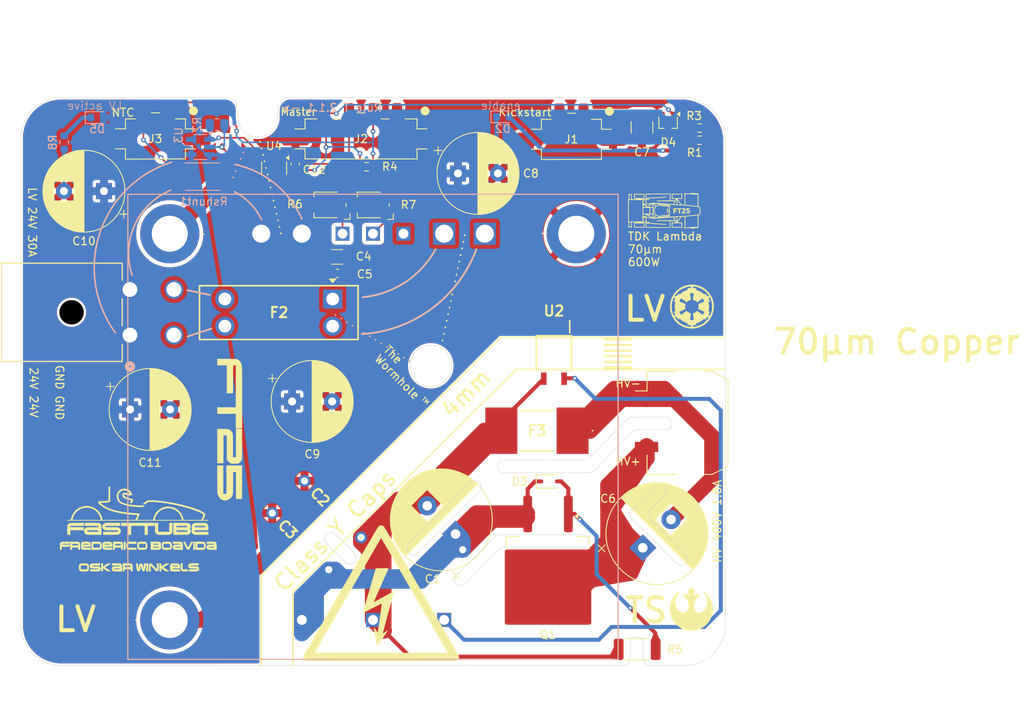
<source format=kicad_pcb>
(kicad_pcb
	(version 20240108)
	(generator "pcbnew")
	(generator_version "8.0")
	(general
		(thickness 1.67)
		(legacy_teardrops no)
	)
	(paper "A4")
	(layers
		(0 "F.Cu" mixed)
		(31 "B.Cu" mixed)
		(32 "B.Adhes" user "B.Adhesive")
		(33 "F.Adhes" user "F.Adhesive")
		(34 "B.Paste" user)
		(35 "F.Paste" user)
		(36 "B.SilkS" user "B.Silkscreen")
		(37 "F.SilkS" user "F.Silkscreen")
		(38 "B.Mask" user)
		(39 "F.Mask" user)
		(40 "Dwgs.User" user "User.Drawings")
		(41 "Cmts.User" user "User.Comments")
		(42 "Eco1.User" user "User.Eco1")
		(43 "Eco2.User" user "User.Eco2")
		(44 "Edge.Cuts" user)
		(45 "Margin" user)
		(46 "B.CrtYd" user "B.Courtyard")
		(47 "F.CrtYd" user "F.Courtyard")
		(48 "B.Fab" user)
		(49 "F.Fab" user)
		(50 "User.1" user)
		(51 "User.2" user)
		(52 "User.3" user)
		(53 "User.4" user)
		(54 "User.5" user)
		(55 "User.6" user)
		(56 "User.7" user)
		(57 "User.8" user)
		(58 "User.9" user)
	)
	(setup
		(stackup
			(layer "F.SilkS"
				(type "Top Silk Screen")
			)
			(layer "F.Paste"
				(type "Top Solder Paste")
			)
			(layer "F.Mask"
				(type "Top Solder Mask")
				(thickness 0.01)
			)
			(layer "F.Cu"
				(type "copper")
				(thickness 0.07)
			)
			(layer "dielectric 1"
				(type "core")
				(thickness 1.51)
				(material "FR4")
				(epsilon_r 4.5)
				(loss_tangent 0.02)
			)
			(layer "B.Cu"
				(type "copper")
				(thickness 0.07)
			)
			(layer "B.Mask"
				(type "Bottom Solder Mask")
				(thickness 0.01)
			)
			(layer "B.Paste"
				(type "Bottom Solder Paste")
			)
			(layer "B.SilkS"
				(type "Bottom Silk Screen")
			)
			(copper_finish "None")
			(dielectric_constraints no)
		)
		(pad_to_mask_clearance 0)
		(allow_soldermask_bridges_in_footprints no)
		(pcbplotparams
			(layerselection 0x00010fc_ffffffff)
			(plot_on_all_layers_selection 0x0000000_00000000)
			(disableapertmacros no)
			(usegerberextensions no)
			(usegerberattributes yes)
			(usegerberadvancedattributes yes)
			(creategerberjobfile yes)
			(dashed_line_dash_ratio 12.000000)
			(dashed_line_gap_ratio 3.000000)
			(svgprecision 4)
			(plotframeref no)
			(viasonmask no)
			(mode 1)
			(useauxorigin no)
			(hpglpennumber 1)
			(hpglpenspeed 20)
			(hpglpendiameter 15.000000)
			(pdf_front_fp_property_popups yes)
			(pdf_back_fp_property_popups yes)
			(dxfpolygonmode yes)
			(dxfimperialunits yes)
			(dxfusepcbnewfont yes)
			(psnegative no)
			(psa4output no)
			(plotreference yes)
			(plotvalue yes)
			(plotfptext yes)
			(plotinvisibletext no)
			(sketchpadsonfab no)
			(subtractmaskfromsilk no)
			(outputformat 1)
			(mirror no)
			(drillshape 1)
			(scaleselection 1)
			(outputdirectory "")
		)
	)
	(net 0 "")
	(net 1 "/-VIN")
	(net 2 "GND")
	(net 3 "Net-(D4-Pad3)")
	(net 4 "/+VIN")
	(net 5 "+3V3")
	(net 6 "/LV+")
	(net 7 "/3V_buttoncell")
	(net 8 "/TEMP_TSDCDC")
	(net 9 "/HV-in")
	(net 10 "/HV+in")
	(net 11 "/G")
	(net 12 "/~{EN}")
	(net 13 "/LV-")
	(net 14 "/LV_I_measure")
	(net 15 "/I_meas_weak")
	(net 16 "/+S")
	(net 17 "/TRM")
	(net 18 "Net-(D2-A)")
	(net 19 "Net-(D5-K)")
	(net 20 "/Vout+")
	(net 21 "Net-(R3-Pad2)")
	(footprint "Capacitor_SMD:C_1210_3225Metric" (layer "F.Cu") (at 177.6 64.721001 -90))
	(footprint "Resistor_SMD:R_0603_1608Metric" (layer "F.Cu") (at 184.8 64.8))
	(footprint "footprints:VY1471M29Y5UC63V0" (layer "F.Cu") (at 131.388932 112.962876 -45))
	(footprint "footprints:rebellion" (layer "F.Cu") (at 183.77 124.93))
	(footprint "FaSTTUBe_connectors:Micro_Mate-N-Lok_2p_vertical" (layer "F.Cu") (at 168.783 66.21))
	(footprint "Potentiometer_SMD:Potentiometer_Bourns_TC33X_Vertical" (layer "F.Cu") (at 143.92 74.42 180))
	(footprint "Capacitor_THT:CP_Radial_D12.5mm_P5.00mm" (layer "F.Cu") (at 154.3 115.584177 135))
	(footprint "Capacitor_THT:CP_Radial_D10.0mm_P5.00mm" (layer "F.Cu") (at 110.367678 72.7 180))
	(footprint "footprints:9775031360R" (layer "F.Cu") (at 118.59 78.03 180))
	(footprint "LOGO"
		(layer "F.Cu")
		(uuid "36ea3436-548e-4414-bac1-a7348850c228")
		(at 180.33 75.14)
		(property "Reference" "G***"
			(at 0 0 0)
			(layer "F.SilkS")
			(hide yes)
			(uuid "f973503b-fa37-47d9-b20f-d30676bb0e6c")
			(effects
				(font
					(size 1.5 1.5)
					(thickness 0.3)
				)
			)
		)
		(property "Value" "LOGO"
			(at 0.75 0 0)
			(layer "F.SilkS")
			(hide yes)
			(uuid "6387be7f-2b16-465c-8f89-140f5aa812b4")
			(effects
				(font
					(size 1.5 1.5)
					(thickness 0.3)
				)
			)
		)
		(property "Footprint" ""
			(at 0 0 0)
			(layer "F.Fab")
			(hide yes)
			(uuid "715f4f07-c5d3-4aaf-84cf-940e9c524073")
			(effects
				(font
					(size 1.27 1.27)
					(thickness 0.15)
				)
			)
		)
		(property "Datasheet" ""
			(at 0 0 0)
			(layer "F.Fab")
			(hide yes)
			(uuid "41393a24-4ba8-4af2-84c5-5556a5cd9241")
			(effects
				(font
					(size 1.27 1.27)
					(thickness 0.15)
				)
			)
		)
		(property "Description" ""
			(at 0 0 0)
			(layer "F.Fab")
			(hide yes)
			(uuid "47d9374d-4d87-4be0-875b-3451ee135b5f")
			(effects
				(font
					(size 1.27 1.27)
					(thickness 0.15)
				)
			)
		)
		(attr board_only exclude_from_pos_files exclude_from_bom)
		(fp_poly
			(pts
				(xy 2.210106 -0.240934) (xy 2.210106 -0.176067) (xy 2.115122 -0.176067) (xy 2.020138 -0.176067)
				(xy 2.020138 0.088034) (xy 2.020138 0.352134) (xy 1.948322 0.352134) (xy 1.876505 0.352134) (xy 1.876505 0.088034)
				(xy 1.876505 -0.176067) (xy 1.781521 -0.176067) (xy 1.686538 -0.176067) (xy 1.686538 -0.240935)
				(xy 1.686537 -0.305801) (xy 1.948322 -0.305801) (xy 2.210106 -0.305801)
			)
			(stroke
				(width 0)
				(type solid)
			)
			(fill solid)
			(layer "F.SilkS")
			(uuid "7df8e5e8-4ee8-444f-be4a-2fc6df64b466")
		)
		(fp_poly
			(pts
				(xy 1.644837 -0.238617) (xy 1.644837 -0.171435) (xy 1.49657 -0.171434) (xy 1.348303 -0.171434) (xy 1.348303 -0.10425)
				(xy 1.348303 -0.037067) (xy 1.484987 -0.037067) (xy 1.621671 -0.037067) (xy 1.621671 0.030116) (xy 1.621671 0.0973)
				(xy 1.484987 0.0973) (xy 1.348303 0.0973) (xy 1.348303 0.224717) (xy 1.348303 0.352134) (xy 1.27417 0.352134)
				(xy 1.200036 0.352134) (xy 1.200036 0.023167) (xy 1.200037 -0.305801) (xy 1.422437 -0.305801) (xy 1.644836 -0.305801)
			)
			(stroke
				(width 0)
				(type solid)
			)
			(fill solid)
			(layer "F.SilkS")
			(uuid "79488fa3-17fb-4e16-b5f3-2b64540a352f")
		)
		(fp_poly
			(pts
				(xy 2.532179 -0.312678) (xy 2.576155 -0.304473) (xy 2.614922 -0.2894) (xy 2.648 -0.267744) (xy 2.67491 -0.239793)
				(xy 2.695172 -0.205832) (xy 2.704208 -0.181813) (xy 2.708716 -0.159076) (xy 2.7108 -0.130942) (xy 2.71048 -0.100955)
				(xy 2.707773 -0.072656) (xy 2.703574 -0.052464) (xy 2.698715 -0.037255) (xy 2.692926 -0.02316) (xy 2.685517 -0.009402)
				(xy 2.675798 0.004797) (xy 2.663078 0.020215) (xy 2.646666 0.037632) (xy 2.625872 0.057823) (xy 2.600005 0.081568)
				(xy 2.568374 0.109644) (xy 2.53029 0.142829) (xy 2.529931 0.14314) (xy 2.430439 0.229351) (xy 2.575106 0.230575)
				(xy 2.719774 0.231799) (xy 2.719774 0.291967) (xy 2.719774 0.352134) (xy 2.490308 0.352134) (xy 2.260843 0.352134)
				(xy 2.262116 0.277056) (xy 2.263389 0.201979) (xy 2.356056 0.119177) (xy 2.402943 0.077122) (xy 2.443117 0.04073)
				(xy 2.476929 0.009665) (xy 2.504727 -0.016408) (xy 2.526863 -0.037827) (xy 2.543685 -0.054929) (xy 2.555544 -0.06805)
				(xy 2.562789 -0.077524) (xy 2.565176 -0.081851) (xy 2.5716 -0.10729) (xy 2.569746 -0.130812) (xy 2.56056 -0.15134)
				(xy 2.544994 -0.167801) (xy 2.523994 -0.179121) (xy 2.49851 -0.184225) (xy 2.475724 -0.18314) (xy 2.452963 -0.175273)
				(xy 2.433454 -0.159912) (xy 2.418912 -0.1387) (xy 2.413064 -0.123046) (xy 2.407173 -0.101018) (xy 2.367714 -0.103927)
				(xy 2.344598 -0.10571) (xy 2.320508 -0.107692) (xy 2.30031 -0.109471) (xy 2.298702 -0.109622) (xy 2.269145 -0.112408)
				(xy 2.272093 -0.14061) (xy 2.280459 -0.177948) (xy 2.296913 -0.213524) (xy 2.320278 -0.245457) (xy 2.349375 -0.271863)
				(xy 2.357833 -0.277654) (xy 2.388158 -0.29404) (xy 2.420755 -0.305158) (xy 2.458064 -0.31171) (xy 2.483473 -0.313727)
			)
			(stroke
				(width 0)
				(type solid)
			)
			(fill solid)
			(layer "F.SilkS")
			(uuid "c06ae400-d6b0-4739-b2a0-6d35249e5efc")
		)
		(fp_poly
			(pts
				(xy 3.243342 -0.245567) (xy 3.243342 -0.185334) (xy 3.111291 -0.185334) (xy 2.979241 -0.185333)
				(xy 2.979241 -0.135525) (xy 2.979241 -0.085718) (xy 3.035999 -0.085703) (xy 3.075658 -0.084189)
				(xy 3.108746 -0.079239) (xy 3.137528 -0.070212) (xy 3.16427 -0.05647) (xy 3.181956 -0.044466) (xy 3.203555 -0.026318)
				(xy 3.221029 -0.006004) (xy 3.236416 0.019128) (xy 3.246178 0.039116) (xy 3.254238 0.063529) (xy 3.259574 0.09369)
				(xy 3.261941 0.126422) (xy 3.261098 0.158544) (xy 3.257324 0.184609) (xy 3.244399 0.223685) (xy 3.224208 0.260227)
				(xy 3.198098 0.292412) (xy 3.167418 0.318418) (xy 3.150847 0.328502) (xy 3.111135 0.345164) (xy 3.066727 0.356095)
				(xy 3.020478 0.360938) (xy 2.975243 0.359334) (xy 2.945754 0.354196) (xy 2.903627 0.339619) (xy 2.867264 0.317857)
				(xy 2.836999 0.289211) (xy 2.813163 0.253981) (xy 2.79881 0.220868) (xy 2.79432 0.207035) (xy 2.791744 0.197519)
				(xy 2.791552 0.194601) (xy 2.796444 0.193609) (xy 2.808775 0.190877) (xy 2.826961 0.186759) (xy 2.849416 0.181613)
				(xy 2.863407 0.178384) (xy 2.887539 0.172819) (xy 2.908262 0.168078) (xy 2.924002 0.164518) (xy 2.933186 0.162495)
				(xy 2.934883 0.162167) (xy 2.937199 0.166065) (xy 2.941475 0.175947) (xy 2.943919 0.182163) (xy 2.957618 0.206359)
				(xy 2.976856 0.224378) (xy 2.999977 0.235881) (xy 3.025322 0.240528) (xy 3.051235 0.23798) (xy 3.076057 0.227898)
				(xy 3.095075 0.213134) (xy 3.111612 0.190456) (xy 3.120769 0.164235) (xy 3.12262 0.136431) (xy 3.117245 0.108995)
				(xy 3.10472 0.083886) (xy 3.089275 0.066498) (xy 3.070671 0.05315) (xy 3.049056 0.043822) (xy 3.022749 0.038071)
				(xy 2.990066 0.035457) (xy 2.969974 0.03519) (xy 2.940708 0.035905) (xy 2.915232 0.038169) (xy 2.889963 0.042519)
				(xy 2.861313 0.04949) (xy 2.845988 0.053732) (xy 2.835519 0.056704) (xy 2.838042 -0.086323) (xy 2.838768 -0.123978)
				(xy 2.83959 -0.160526) (xy 2.840463 -0.194417) (xy 2.841344 -0.224098) (xy 2.842188 -0.248021) (xy 2.842954 -0.264633)
				(xy 2.843135 -0.267576) (xy 2.845706 -0.305801) (xy 3.044525 -0.305801) (xy 3.243342 -0.305801)
			)
			(stroke
				(width 0)
				(type solid)
			)
			(fill solid)
			(layer "F.SilkS")
			(uuid "5a963cb9-9510-4127-9f96-127e7c222fca")
		)
		(fp_poly
			(pts
				(xy 3.38727 -2.232811) (xy 3.40086 -2.231479) (xy 3.422092 -2.229358) (xy 3.450178 -2.22653) (xy 3.484329 -2.223073)
				(xy 3.523759 -2.219069) (xy 3.567678 -2.214599) (xy 3.615297 -2.209743) (xy 3.66583 -2.204582) (xy 3.718489 -2.199197)
				(xy 3.772484 -2.193667) (xy 3.827029 -2.188075) (xy 3.881335 -2.182501) (xy 3.934614 -2.177024)
				(xy 3.986077 -2.171727) (xy 4.034939 -2.166689) (xy 4.080407 -2.161992) (xy 4.121698 -2.157716)
				(xy 4.158021 -2.153941) (xy 4.188587 -2.150748) (xy 4.200017 -2.149547) (xy 4.234253 -2.145885)
				(xy 4.265408 -2.142435) (xy 4.292316 -2.139335) (xy 4.31381 -2.136726) (xy 4.328722 -2.134745) (xy 4.335885 -2.133532)
				(xy 4.336334 -2.133359) (xy 4.336533 -2.128574) (xy 4.336655 -2.115023) (xy 4.336705 -2.093209)
				(xy 4.336684 -2.063633) (xy 4.336595 -2.026795) (xy 4.33644 -1.983198) (xy 4.336223 -1.933343) (xy 4.335944 -1.877731)
				(xy 4.335608 -1.816864) (xy 4.335216 -1.751243) (xy 4.33477 -1.681369) (xy 4.334273 -1.607743) (xy 4.333728 -1.530869)
				(xy 4.333136 -1.451244) (xy 4.332871 -1.416624) (xy 4.332241 -1.334602) (xy 4.331634 -1.254271)
				(xy 4.33105 -1.176204) (xy 4.330496 -1.10097) (xy 4.329976 -1.029142) (xy 4.329492 -0.961291) (xy 4.329052 -0.897987)
				(xy 4.328655 -0.839801) (xy 4.328308 -0.787305) (xy 4.328013 -0.741071) (xy 4.327776 -0.701668)
				(xy 4.327599 -0.669669) (xy 4.327487 -0.645643) (xy 4.327444 -0.630164) (xy 4.327444 -0.627586)
				(xy 4.327545 -0.55322) (xy 4.37377 -0.54809) (xy 4.419996 -0.542959) (xy 4.484971 -0.483626) (xy 4.505281 -0.464833)
				(xy 4.522986 -0.44798) (xy 4.537024 -0.434118) (xy 4.546333 -0.424295) (xy 4.54985 -0.419562) (xy 4.549855 -0.419489)
				(xy 4.550293 -0.414027) (xy 4.551582 -0.400285) (xy 4.55363 -0.379199) (xy 4.556344 -0.351708) (xy 4.55963 -0.31875)
				(xy 4.563396 -0.281261) (xy 4.567548 -0.240179) (xy 4.571355 -0.202709) (xy 4.592945 0.009267) (xy 4.571355 0.221242)
				(xy 4.566945 0.264663) (xy 4.562841 0.305296) (xy 4.559137 0.342206) (xy 4.555926 0.374453) (xy 4.553301 0.401102)
				(xy 4.551353 0.421213) (xy 4.550178 0.433849) (xy 4.549855 0.438022) (xy 4.546612 0.442512) (xy 4.537531 0.452137)
				(xy 4.523674 0.465847) (xy 4.506105 0.482593) (xy 4.485885 0.501324) (xy 4.484971 0.50216) (xy 4.419997 0.561493)
				(xy 4.373769 0.566623) (xy 4.327545 0.571753) (xy 4.327444 0.646119) (xy 4.327469 0.65926) (xy 4.327563 0.681097)
				(xy 4.327723 0.711058) (xy 4.327945 0.748571) (xy 4.328225 0.793067) (xy 4.328559 0.843974) (xy 4.328943 0.90072)
				(xy 4.329373 0.962734) (xy 4.329846 1.029446) (xy 4.330356 1.100286) (xy 4.330901 1.17468) (xy 4.331477 1.252059)
				(xy 4.332079 1.33185) (xy 4.332704 1.413485) (xy 4.332871 1.435157) (xy 4.333481 1.5158) (xy 4.334047 1.593906)
				(xy 4.334564 1.668978) (xy 4.335032 1.740512) (xy 4.335447 1.808006) (xy 4.335808 1.870958) (xy 4.336111 1.928869)
				(xy 4.336355 1.981237) (xy 4.336537 2.02756) (xy 4.336653 2.067337) (xy 4.336704 2.100067) (xy 4.336685 2.125248)
				(xy 4.336594 2.142379) (xy 4.336429 2.150958) (xy 4.336335 2.151893) (xy 4.331377 2.152884) (xy 4.318367 2.15468)
				(xy 4.298472 2.157138) (xy 4.272859 2.160123) (xy 4.242694 2.163495) (xy 4.209148 2.167117) (xy 4.200017 2.168082)
				(xy 4.172233 2.170992) (xy 4.138346 2.174521) (xy 4.099146 2.178586) (xy 4.055419 2.183108) (xy 4.007954 2.188005)
				(xy 3.957539 2.193199) (xy 3.904962 2.198607) (xy 3.851011 2.204148) (xy 3.796475 2.209742) (xy 3.742141 2.215309)
				(xy 3.688796 2.220768) (xy 3.63723 2.226037) (xy 3.588231 2.231037) (xy 3.542586 2.235687) (xy 3.501083 2.239906)
				(xy 3.464512 2.243614) (xy 3.433658 2.246729) (xy 3.409312 2.249172) (xy 3.39226 2.250859) (xy 3.383291 2.251715)
				(xy 3.382109 2.251806) (xy 3.380255 2.247528) (xy 3.378178 2.23608) (xy 3.376217 2.219545) (xy 3.37545 2.210835)
				(xy 3.3736 2.191763) (xy 3.371439 2.175942) (xy 3.369333 2.165869) (xy 3.368582 2.163999) (xy 3.368194 2.163123)
				(xy 3.367841 2.162336) (xy 3.367055 2.161657) (xy 3.365358 2.161104) (xy 3.362276 2.160697) (xy 3.357337 2.160453)
				(xy 3.350069 2.160392) (xy 3.339994 2.160532) (xy 3.32664 2.16089) (xy 3.309536 2.161487) (xy 3.288204 2.162341)
				(xy 3.26217 2.16347) (xy 3.230964 2.164892) (xy 3.19411 2.166627) (xy 3.151135 2.168692) (xy 3.101565 2.171107)
				(xy 3.044926 2.17389) (xy 2.980744 2.177059) (xy 2.908545 2.180634) (xy 2.827857 2.184632) (xy 2.773776 2.187311)
				(xy 2.723126 2.189773) (xy 2.675244 2.19201) (xy 2.630927 2.19399) (xy 2.590972 2.195683) (xy 2.556177 2.197057)
				(xy 2.52734 2.198081) (xy 2.505257 2.198724) (xy 2.490727 2.198954) (xy 2.484548 2.198738) (xy 2.484397 2.198675)
				(xy 2.482972 2.193086) (xy 2.4815 2.180449) (xy 2.480208 2.162975) (xy 2.479683 2.152716) (xy 2.477796 2.109587)
				(xy 2.502643 2.106603) (xy 2.520245 2.105084) (xy 2.542271 2.103995) (xy 2.563398 2.103579) (xy 2.599307 2.103539)
				(xy 2.599205 2.03983) (xy 2.599136 2.026958) (xy 2.59896 2.005475) (xy 2.598682 1.976034) (xy 2.598313 1.939289)
				(xy 2.597857 1.895895) (xy 2.597323 1.846507) (xy 2.596718 1.791777) (xy 2.596049 1.732363) (xy 2.595323 1.668916)
				(xy 2.594547 1.602089) (xy 2.593729 1.53254) (xy 2.592876 1.460921) (xy 2.592357 1.417804) (xy 2.591488 1.345622)
				(xy 2.590651 1.275356) (xy 2.589851 1.207638) (xy 2.589097 1.143098) (xy 2.588395 1.08237) (xy 2.587752 1.026085)
				(xy 2.587175 0.974875) (xy 2.586672 0.929372) (xy 2.58625 0.890208) (xy 2.585916 0.858015) (xy 2.585677 0.833425)
				(xy 2.585539 0.817069) (xy 2.585508 0.811266) (xy 2.585407 0.763045) (xy 2.477681 0.76615) (xy 2.420738 0.767807)
				(xy 2.372367 0.769264) (xy 2.331872 0.770562) (xy 2.298559 0.771745) (xy 2.271738 0.772854) (xy 2.250712 0.773931)
				(xy 2.234789 0.775018) (xy 2.223275 0.776158) (xy 2.215478 0.777392) (xy 2.210703 0.778764) (xy 2.208257 0.780313)
				(xy 2.207447 0.782084) (xy 2.207419 0.782564) (xy 2.204733 0.787317) (xy 2.196946 0.798996) (xy 2.184444 0.817061)
				(xy 2.167617 0.84097) (xy 2.146849 0.870183) (xy 2.122527 0.90416) (xy 2.09504 0.94236) (xy 2.064773 0.984242)
				(xy 2.032115 1.029266) (xy 1.99745 1.07689) (xy 1.961168 1.126575) (xy 1.960005 1.128165) (xy 1.923623 1.177986)
				(xy 1.888809 1.225823) (xy 1.855956 1.271128) (xy 1.825453 1.313354) (xy 1.797694 1.351955) (xy 1.773068 1.386383)
				(xy 1.751966 1.416092) (xy 1.734781 1.440534) (xy 1.721903 1.459162) (xy 1.713724 1.47143) (xy 1.710635 1.47679)
				(xy 1.710627 1.476824) (xy 1.708624 1.487304) (xy 2.003382 1.487304) (xy 2.298139 1.487304) (xy 2.298144 1.583446)
				(xy 2.298213 1.608384) (xy 2.298406 1.641116) (xy 2.29871 1.680174) (xy 2.299111 1.724089) (xy 2.299595 1.771389)
				(xy 2.300147 1.820606) (xy 2.300755 1.870268) (xy 2.301218 1.905463) (xy 2.304286 2.131339) (xy 1.647305 2.131339)
				(xy 0.990323 2.131339) (xy 0.993195 2.113964) (xy 0.993689 2.106417) (xy 0.994158 2.090423) (xy 0.994594 2.066805)
				(xy 0.99496 2.038672) (xy 1.08875 2.038672) (xy 1.647111 2.038672) (xy 2.205472 2.038672) (xy 2.205472 1.809321)
				(xy 2.205472 1.579971) (xy 1.656421 1.579199) (xy 1.585739 1.579096) (xy 1.517565 1.578991) (xy 1.452484 1.578885)
				(xy 1.391074 1.578779) (xy 1.333918 1.578675) (xy 1.281595 1.578571) (xy 1.234689 1.578472) (xy 1.193778 1.578378)
				(xy 1.159447 1.57829) (xy 1.132272 1.578209) (xy 1.112838 1.578137) (xy 1.101725 1.578074) (xy 1.099261 1.57804)
				(xy 1.097423 1.578408) (xy 1.095875 1.580202) (xy 1.094589 1.584173) (xy 1.093535 1.591074) (xy 1.092682 1.601656)
				(xy 1.091999 1.61667) (xy 1.091456 1.636869) (xy 1.091023 1.663004) (xy 1.090669 1.695827) (xy 1.090364 1.736087)
				(xy 1.090077 1.784539) (xy 1.089951 1.808163) (xy 1.08875 2.038672) (xy 0.99496 2.038672) (xy 0.99499 2.036382)
				(xy 0.995338 1.999975) (xy 0.995631 1.958404) (xy 0.995862 1.912492) (xy 0.996024 1.863057) (xy 0.996108 1.810921)
				(xy 0.996118 1.78963) (xy 0.996169 1.482671) (xy 1.242123 1.482671) (xy 1.291787 1.482595) (xy 1.337431 1.482378)
				(xy 1.378334 1.48203) (xy 1.413769 1.481564) (xy 1.443013 1.480992) (xy 1.465339 1.480327) (xy 1.480024 1.47958)
				(xy 1.486341 1.478764) (xy 1.486531 1.478558) (xy 1.484152 1.47334) (xy 1.478357 1.461039) (xy 1.469747 1.442919)
				(xy 1.458926 1.420247) (xy 1.446495 1.394288) (xy 1.441011 1.382862) (xy 1.397037 1.291279) (xy 1.283478 1.294298)
				(xy 1.249685 1.295057) (xy 1.208904 1.295746) (xy 1.163413 1.296342) (xy 1.11549 1.296818) (xy 1.067413 1.297151)
				(xy 1.021462 1.297314) (xy 1.006594 1.297327) (xy 0.843269 1.297337) (xy 0.843269 1.721288) (xy 0.843269 2.145239)
				(xy -0.708148 2.145239) (xy -2.259563 2.145239) (xy -2.262634 1.935978) (xy -2.263315 1.886185)
				(xy -2.263944 1.833688) (xy -2.264503 1.780411) (xy -2.264976 1.728276) (xy -2.265345 1.679207)
				(xy -2.265592 1.635127) (xy -2.265702 1.59796) (xy -2.265706 1.590794) (xy -2.265739 1.55167) (xy -2.265876 1.520834)
				(xy -2.266173 1.497306) (xy -2.266692 1.480108) (xy -2.26749 1.46826) (xy -2.268626 1.460783) (xy -2.270157 1.456697)
				(xy -2.272141 1.455025) (xy -2.273814 1.454766) (xy -2.280294 1.454537) (xy -2.294854 1.453935)
				(xy -2.316319 1.453013) (xy -2.343512 1.451821) (xy -2.37526 1.450411) (xy -2.410382 1.448834) (xy -2.43019 1.447939)
				(xy -2.468142 1.446262) (xy -2.504686 1.44473) (xy -2.538371 1.443397) (xy -2.567745 1.442318) (xy -2.591357 1.441547)
				(xy -2.607758 1.441142) (xy -2.612049 1.441093) (xy -2.64564 1.44097) (xy -2.64564 1.468771) (xy -2.645639 1.496571)
				(xy -2.525331 1.496571) (xy -2.405021 1.496571) (xy -2.403705 1.805846) (xy -2.403515 1.858546)
				(xy -2.403401 1.908502) (xy -2.40336 1.954946) (xy -2.40339 1.997109) (xy -2.403489 2.034222) (xy -2.403653 2.065515)
				(xy -2.403881 2.090221) (xy -2.404171 2.107569) (xy -2.404518 2.116791) (xy -2.404706 2.118106)
				(xy -2.409529 2.11848) (xy -2.423095 2.118886) (xy -2.44488 2.119321) (xy -2.474362 2.119778) (xy -2.511016 2.120253)
				(xy -2.554319 2.12074) (xy -2.603749 2.121235) (xy -2.658781 2.121732) (xy -2.718891 2.122227) (xy -2.783558 2.122715)
				(xy -2.852257 2.12319) (xy -2.924462 2.123648) (xy -2.999654 2.124083) (xy -3.0638 2.124423) (xy -3.720577 2.127757)
				(xy -3.720577 1.81448) (xy -3.720577 1.593871) (xy -3.62791 1.593871) (xy -3.62791 1.814711) (xy -3.62791 2.03555)
				(xy -3.411698 2.032478) (xy -3.369215 2.031948) (xy -3.31891 2.031448) (xy -3.262228 2.030984) (xy -3.200615 2.030565)
				(xy -3.135516 2.030198) (xy -3.068375 2.029891) (xy -3.000637 2.029653) (xy -2.933749 2.02949) (xy -2.869154 2.029412)
				(xy -2.846385 2.029405) (xy -2.497283 2.029405) (xy -2.498486 1.81048) (xy -2.49969 1.591554) (xy -2.537915 1.591676)
				(xy -2.547579 1.591701) (xy -2.565869 1.591743) (xy -2.592146 1.591801) (xy -2.62577 1.591872) (xy -2.666099 1.591957)
				(xy -2.712496 1.592053) (xy -2.764319 1.592159) (xy -2.820929 1.592274) (xy -2.881685 1.592396)
				(xy -2.945948 1.592525) (xy -3.013077 1.592659) (xy -3.082432 1.592796) (xy -3.102025 1.592834)
				(xy -3.62791 1.593871) (xy -3.720577 1.593871) (xy -3.720577 1.501204) (xy -3.654551 1.501183) (xy -3.624666 1.500936)
				(xy -3.592334 1.500279) (xy -3.561481 1.499312) (xy -3.536401 1.498158) (xy -3.484276 1.495155)
				(xy -3.484276 1.468063) (xy -3.484276 1.44097) (xy -3.740716 1.44097) (xy -3.997156 1.44097) (xy -4.000524 1.764101)
				(xy -4.001097 1.817922) (xy -4.001663 1.868962) (xy -4.002214 1.916476) (xy -4.002738 1.959718)
				(xy -4.003227 1.997942) (xy -4.00367 2.030405) (xy -4.004058 2.056359) (xy -4.004382 2.07506) (xy -4.004631 2.085762)
				(xy -4.004755 2.088096) (xy -4.009616 2.088576) (xy -4.02259 2.089168) (xy -4.042528 2.089847) (xy -4.068278 2.090589)
				(xy -4.098689 2.091373) (xy -4.132609 2.092176) (xy -4.168888 2.092974) (xy -4.206373 2.093745)
				(xy -4.243913 2.094466) (xy -4.28036 2.095114) (xy -4.314559 2.095667) (xy -4.34536 2.096101) (xy -4.371612 2.096393)
				(xy -4.392163 2.096521) (xy -4.405862 2.096463) (xy -4.411559 2.096194) (xy -4.41163 2.096166) (xy -4.412287 2.091243)
				(xy -4.412909 2.077802) (xy -4.413489 2.056593) (xy -4.414016 2.028365) (xy -4.414482 1.993867)
				(xy -4.414878 1.953848) (xy -4.415193 1.909058) (xy -4.415422 1.860246) (xy -4.415551 1.808161)
				(xy -4.415578 1.769665) (xy -4.415578 1.445919) (xy -4.322912 1.44592) (xy -4.322911 1.632667) (xy -4.32283 1.677998)
				(xy -4.322597 1.724363) (xy -4.322233 1.770035) (xy -4.321755 1.813286) (xy -4.321184 1.852391)
				(xy -4.320538 1.885623) (xy -4.319861 1.910511) (xy -4.31681 2.001605) (xy -4.27237 2.001588) (xy -4.250095 2.001348)
				(xy -4.222113 2.000707) (xy -4.191967 1.999762) (xy -4.163205 1.99861) (xy -4.162654 1.998585) (xy -4.09738 1.995599)
				(xy -4.094329 1.722449) (xy -4.093807 1.672987) (xy -4.093375 1.626306) (xy -4.093037 1.583227)
				(xy -4.092796 1.544568) (xy -4.092653 1.51115) (xy -4.092615 1.483793) (xy -4.092685 1.463316) (xy -4.092866 1.450539)
				(xy -4.09313 1.446294) (xy -4.09808 1.445515) (xy -4.111021 1.444917) (xy -4.130668 1.444519) (xy -4.155749 1.444338)
				(xy -4.184984 1.444394) (xy -4.208947 1.444604) (xy -4.322912 1.44592) (xy -4.415578 1.445919) (xy -4.415578 1.445604)
				(xy -4.44609 1.445604) (xy -4.476601 1.445603) (xy -4.472918 1.340195) (xy -4.472551 1.32484) (xy -4.472203 1.300703)
				(xy -4.471875 1.268271) (xy -4.471567 1.22803) (xy -4.471279 1.180464) (xy -4.47101 1.126058) (xy -4.470761 1.065302)
				(xy -4.470532 0.998677) (xy -4.470323 0.92667) (xy -4.470132 0.849767) (xy -4.469964 0.768454) (xy -4.469814 0.683216)
				(xy -4.469683 0.594538) (xy -4.469572 0.502907) (xy -4.469482 0.408808) (xy -4.469412 0.312726)
				(xy -4.469361 0.215146) (xy -4.469329 0.116557) (xy -4.469318 0.017441) (xy -4.469319 0.009267)
				(xy -4.376195 0.009267) (xy -4.376195 1.348304) (xy -3.921735 1.348303) (xy -3.84542 1.348265) (xy -3.763054 1.348156)
				(xy -3.676284 1.347978) (xy -3.586755 1.34774) (xy -3.496112 1.347448) (xy -3.4755 1.34737) (xy -2.566874 1.347369)
				(xy -2.510115 1.350271) (xy -2.485398 1.351507) (xy -2.454562 1.353009) (xy -2.420743 1.354622)
				(xy -2.387079 1.356201) (xy -2.369956 1.35699) (xy -2.342439 1.358262) (xy -2.317591 1.359435) (xy -2.297116 1.360426)
				(xy -2.28272 1.361153) (xy -2.27648 1.361507) (xy -2.266404 1.362204) (xy -2.268995 1.099261) (xy -2.269489 1.050816)
				(xy -2.269988 1.005216) (xy -2.270479 0.963292) (xy -2.270952 0.925869) (xy -2.271395 0.893779)
				(xy -2.271407 0.893007) (xy -2.176597 0.893007) (xy -2.176496 0.920555) (xy -2.176287 0.953996)
				(xy -2.175973 0.992488) (xy -2.175561 1.035186) (xy -2.175055 1.081248) (xy -2.174701 1.110891)
				(xy -2.17154 1.365972) (xy -2.129432 1.368977) (xy -2.067771 1.373609) (xy -2.010185 1.378392) (xy -1.957281 1.383255)
				(xy -1.909674 1.388125) (xy -1.867971 1.39293) (xy -1.832783 1.397595) (xy -1.80472 1.40205) (xy -1.784393 1.406223)
				(xy -1.772412 1.410037) (xy -1.769774 1.411753) (xy -1.769529 1.417538) (xy -1.771735 1.42998) (xy -1.775956 1.446925)
				(xy -1.778921 1.457187) (xy -1.785239 1.477077) (xy -1.790133 1.489488) (xy -1.794401 1.495928)
				(xy -1.798845 1.497914) (xy -1.800426 1.497857) (xy -1.808153 1.49683) (xy -1.823059 1.494741) (xy -1.843149 1.491874)
				(xy -1.866434 1.488511) (xy -1.871871 1.48772) (xy -1.897523 1.484335) (xy -1.929466 1.480654) (xy -1.964746 1.476986)
				(xy -2.000406 1.473642) (xy -2.027089 1.471419) (xy -2.057452 1.46905) (xy -2.086497 1.466764) (xy -2.112259 1.464717)
				(xy -2.132778 1.463064) (xy -2.146087 1.461962) (xy -2.146397 1.461935) (xy -2.173039 1.459646)
				(xy -2.173039 1.489692) (xy -2.172691 1.506113) (xy -2.171285 1.515262) (xy -2.168279 1.519122)
				(xy -2.164797 1.519737) (xy -2.158723 1.520031) (xy -2.144281 1.520874) (xy -2.12235 1.522213) (xy -2.093809 1.52399)
				(xy -2.059538 1.526152) (xy -2.020415 1.528643) (xy -1.977319 1.531407) (xy -1.93113 1.534389) (xy -1.906488 1.535988)
				(xy -1.854929 1.539338) (xy -1.80268 1.542728) (xy -1.751135 1.546071) (xy -1.701688 1.549275) (xy -1.655732 1.55225)
				(xy -1.614661 1.554907) (xy -1.579869 1.557154) (xy -1.552749 1.558901) (xy -1.549854 1.559087)
				(xy -1.519396 1.561047) (xy -1.481663 1.56348) (xy -1.438624 1.566258) (xy -1.392251 1.569254) (xy -1.344516 1.57234)
				(xy -1.297389 1.575391) (xy -1.264903 1.577495) (xy -1.217015 1.580596) (xy -1.16498 1.583963) (xy -1.111213 1.587439)
				(xy -1.058137 1.590868) (xy -1.008165 1.594093) (xy -0.963719 1.596959) (xy -0.942887 1.598301)
				(xy -0.897305 1.601236) (xy -0.845716 1.60456) (xy -0.791355 1.608063) (xy -0.737462 1.611537) (xy -0.687275 1.614773)
				(xy -0.655619 1.616816) (xy -0.610848 1.619703) (xy -0.559926 1.622982) (xy -0.505948 1.626455)
				(xy -0.452011 1.629924) (xy -0.401211 1.633186) (xy -0.363718 1.635592) (xy -0.328419 1.637861)
				(xy -0.285555 1.640625) (xy -0.236806 1.643776) (xy -0.183852 1.647202) (xy -0.128376 1.650799)
				(xy -0.072057 1.654455) (xy -0.016577 1.658062) (xy 0.031407 1.661186) (xy 0.078504 1.664246) (xy 0.122931 1.667115)
				(xy 0.163807 1.669738) (xy 0.200251 1.672059) (xy 0.231381 1.674022) (xy 0.256316 1.675572) (xy 0.274174 1.676652)
				(xy 0.284073 1.677206) (xy 0.285714 1.677271) (xy 0.289145 1.678355) (xy 0.291125 1.682707) (xy 0.291847 1.691981)
				(xy 0.291504 1.70783) (xy 0.290854 1.721421) (xy 0.289553 1.740799) (xy 0.287959 1.756543) (xy 0.286321 1.766454)
				(xy 0.285478 1.768637) (xy 0.280651 1.768608) (xy 0.266958 1.768) (xy 0.24478 1.766836) (xy 0.214499 1.765141)
				(xy 0.176497 1.762937) (xy 0.131153 1.76025) (xy 0.078851 1.757101) (xy 0.019972 1.753516) (xy -0.045106 1.749517)
				(xy -0.115998 1.745128) (xy -0.192324 1.740372) (xy -0.273703 1.735274) (xy -0.359753 1.729857)
				(xy -0.450093 1.724144) (xy -0.544342 1.718159) (xy -0.642118 1.711925) (xy -0.743041 1.705468)
				(xy -0.846728 1.698808) (xy -0.944155 1.692531) (xy -1.050013 1.6857) (xy -1.153439 1.679031) (xy -1.254052 1.67255)
				(xy -1.351472 1.666279) (xy -1.445319 1.660243) (xy -1.535212 1.654466) (xy -1.620772 1.648974)
				(xy -1.701618 1.643789) (xy -1.77737 1.638936) (xy -1.847648 1.634441) (xy -1.912071 1.630326) (xy -1.97026 1.626617)
				(xy -2.021834 1.623337) (xy -2.066412 1.620512) (xy -2.103615 1.618164) (xy -2.133063 1.61632) (xy -2.154375 1.615002)
				(xy -2.167171 1.614236) (xy -2.171095 1.614039) (xy -2.171128 1.618662) (xy -2.171074 1.631645)
				(xy -2.170943 1.652082) (xy -2.170742 1.679067) (xy -2.170476 1.711694) (xy -2.170155 1.749057)
				(xy -2.169782 1.790249) (xy -2.169374 1.833647) (xy -2.167282 2.052572) (xy -0.707684 2.052572)
				(xy 0.751913 2.052572) (xy 0.748501 1.676113) (xy 0.747965 1.617934) (xy 0.747438 1.562492) (xy 0.746927 1.510476)
				(xy 0.746439 1.462575) (xy 0.745982 1.419482) (xy 0.745565 1.381879) (xy 0.745193 1.350461) (xy 0.744876 1.325917)
				(xy 0.74462 1.308934) (xy 0.744433 1.300203) (xy 0.74437 1.299146) (xy 0.739738 1.29906) (xy 0.726314 1.298912)
				(xy 0.704572 1.298707) (xy 0.674985 1.29845) (xy 0.63803 1.298141) (xy 0.594179 1.297786) (xy 0.543907 1.297389)
				(xy 0.487688 1.296953) (xy 0.425996 1.296482) (xy 0.359306 1.295979) (xy 0.288092 1.295448) (xy 0.212828 1.294894)
				(xy 0.133988 1.294318) (xy 0.052047 1.293726) (xy -0.032522 1.293121) (xy -0.050967 1.292989) (xy -0.136082 1.292366)
				(xy -0.218697 1.291727) (xy -0.298338 1.291076) (xy -0.374525 1.29042) (xy -0.446785 1.289762) (xy -0.51464 1.289109)
				(xy -0.577615 1.288467) (xy -0.635234 1.287838) (xy -0.687017 1.287229) (xy -0.732492 1.286647)
				(xy -0.771182 1.286094) (xy -0.80261 1.285578) (xy -0.8263 1.285103) (xy -0.841774 1.284674) (xy -0.848559 1.284296)
				(xy -0.848834 1.284224) (xy -0.849966 1.278521) (xy -0.850313 1.265798) (xy -0.849853 1.248265)
				(xy -0.849272 1.23771) (xy -0.84646 1.194313) (xy -0.241371 1.198332) (xy -0.165921 1.198806) (xy -0.087571 1.199245)
				(xy -0.006827 1.199647) (xy 0.075804 1.200015) (xy 0.159817 1.200345) (xy 0.244705 1.200641) (xy 0.329962 1.2009)
				(xy 0.415083 1.201123) (xy 0.49956 1.201308) (xy 0.582888 1.201456) (xy 0.664561 1.201569) (xy 0.744073 1.201645)
				(xy 0.820918 1.20168) (xy 0.894589 1.201678) (xy 0.964581 1.20164) (xy 1.030387 1.201562) (xy 1.091501 1.201446)
				(xy 1.147417 1.20129) (xy 1.19763 1.201096) (xy 1.241632 1.200862) (xy 1.278919 1.200589) (xy 1.308983 1.200276)
				(xy 1.331319 1.199923) (xy 1.34542 1.19953) (xy 1.35078 1.199096) (xy 1.350806 1.199078) (xy 1.349214 1.19475)
				(xy 1.344123 1.183101) (xy 1.336024 1.165174) (xy 1.325408 1.142014) (xy 1.312764 1.114663) (xy 1.298583 1.084164)
				(xy 1.283355 1.051563) (xy 1.26757 1.0179) (xy 1.251718 0.984222) (xy 1.23629 0.951571) (xy 1.221776 0.920988)
				(xy 1.208665 0.893521) (xy 1.197449 0.87021) (xy 1.188618 0.852101) (xy 1.18266 0.840235) (xy 1.180095 0.835685)
				(xy 1.175226 0.835695) (xy 1.161554 0.836353) (xy 1.139522 0.83763) (xy 1.10957 0.839495) (xy 1.07214 0.84192)
				(xy 1.027672 0.844876) (xy 0.976607 0.848331) (xy 0.919386 0.852257) (xy 0.85645 0.856627) (xy 0.788239 0.861409)
				(xy 0.715194 0.866573) (xy 0.685735 0.868667) (xy 0.663095 0.870269) (xy 0.632355 0.872428) (xy 0.594658 0.875065)
				(xy 0.551149 0.8781) (xy 0.502971 0.881454) (xy 0.451269 0.885047) (xy 0.397186 0.888799) (xy 0.341867 0.89263)
				(xy 0.286456 0.896461) (xy 0.284951 0.896566) (xy 0.176937 0.90403) (xy 0.077696 0.910891) (xy -0.013246 0.917182)
				(xy -0.09636 0.922935) (xy -0.172119 0.928184) (xy -0.240997 0.932962) (xy -0.303464 0.9373) (xy -0.359995 0.941234)
				(xy -0.411061 0.944794) (xy -0.457135 0.948013) (xy -0.49869 0.950924) (xy -0.536198 0.953561) (xy -0.549051 0.954467)
				(xy -0.578891 0.956562) (xy -0.616558 0.95919) (xy -0.660642 0.962254) (xy -0.709728 0.965655) (xy -0.7624 0.969296)
				(xy -0.817245 0.973079) (xy -0.872847 0.976906) (xy -0.927792 0.980679) (xy -0.949836 0.98219) (xy -1.01286 0.986511)
				(xy -1.067275 0.990257) (xy -1.113708 0.993486) (xy -1.152795 0.996259) (xy -1.185167 0.998635)
				(xy -1.211458 1.000672) (xy -1.232301 1.002429) (xy -1.248327 1.003966) (xy -1.26017 1.005342) (xy -1.268462 1.006617)
				(xy -1.273837 1.007848) (xy -1.276926 1.009095) (xy -1.278363 1.010417) (xy -1.27878 1.011874) (xy -1.278804 1.012926)
				(xy -1.282603 1.018344) (xy -1.286912 1.019325) (xy -1.292531 1.018476) (xy -1.306619 1.016012)
				(xy -1.328539 1.012051) (xy -1.357656 1.006711) (xy -1.393335 1.000111) (xy -1.434941 0.992369)
				(xy -1.481838 0.983603) (xy -1.533392 0.973932) (xy -1.588967 0.963474) (xy -1.647926 0.952347)
				(xy -1.709637 0.94067) (xy -1.734781 0.935903) (xy -1.797241 0.924076) (xy -1.857088 0.912784) (xy -1.913699 0.902139)
				(xy -1.953465 0.894691) (xy -1.182718 0.894691) (xy -1.181463 0.896526) (xy -1.178384 0.896375)
				(xy -1.172445 0.895435) (xy -1.157826 0.893191) (xy -1.135011 0.889716) (xy -1.104486 0.885085)
				(xy -1.066734 0.879368) (xy -1.022239 0.87264) (xy -0.971486 0.864975) (xy -0.914959 0.856444) (xy -0.853143 0.847121)
				(xy -0.786521 0.837079) (xy -0.736248 0.829506) (xy 1.283437 0.829506) (xy 1.285371 0.83409) (xy 1.290948 0.846313)
				(xy 1.299823 0.865444) (xy 1.311656 0.890755) (xy 1.326103 0.921518) (xy 1.342822 0.957002) (xy 1.361471 0.99648)
				(xy 1.381708 1.039222) (xy 1.403189 1.0845) (xy 1.404312 1.086863) (xy 1.426648 1.133895) (xy 1.448401 1.179705)
				(xy 1.46914 1.223387) (xy 1.488433 1.264033) (xy 1.50585 1.300734) (xy 1.52096 1.332582) (xy 1.53333 1.358667)
				(xy 1.542531 1.378082) (xy 1.547623 1.388845) (xy 1.556963 1.407744) (xy 1.565324 1.423077) (xy 1.571732 1.433155)
				(xy 1.575015 1.436337) (xy 1.580188 1.435472) (xy 1.580479 1.435179) (xy 1.580745 1.430338) (xy 1.581201 1.417174)
				(xy 1.581825 1.396605) (xy 1.582595 1.369556) (xy 1.58344 1.338627) (xy 1.677952 1.338627) (xy 1.678207 1.349718)
				(xy 1.678783 1.352937) (xy 1.681828 1.348916) (xy 1.689917 1.337994) (xy 1.702623 1.320751) (xy 1.719521 1.297767)
				(xy 1.740185 1.269622) (xy 1.764191 1.236896) (xy 1.791111 1.200169) (xy 1.820521 1.160021) (xy 1.851995 1.117032)
				(xy 1.885108 1.071782) (xy 1.889579 1.065669) (xy 1.9228 1.020219) (xy 1.954356 0.976973) (xy 1.983829 0.936509)
				(xy 2.010802 0.899402) (xy 2.034857 0.866229) (xy 2.055579 0.837567) (xy 2.072549 0.813991) (xy 2.085351 0.796077)
				(xy 2.093565 0.784403) (xy 2.096777 0.779544) (xy 2.096803 0.77944) (xy 2.092053 0.779288) (xy 2.079195 0.779455)
				(xy 2.059383 0.779902) (xy 2.033769 0.780591) (xy 2.003504 0.78148) (xy 1.969743 0.782532) (xy 1.933637 0.783705)
				(xy 1.896338 0.784961) (xy 1.859 0.786261) (xy 1.822775 0.787565) (xy 1.788815 0.788832) (xy 1.758272 0.790024)
				(xy 1.7323 0.791103) (xy 1.712051 0.792025) (xy 1.698677 0.792754) (xy 1.693331 0.79325) (xy 1.693288 0.793274)
				(xy 1.692863 0.798069) (xy 1.692256 0.811168) (xy 1.691498 0.83161) (xy 1.690619 0.858433) (xy 1.68965 0.890677)
				(xy 1.688622 0.92738) (xy 1.687565 0.967583) (xy 1.686964 0.991606) (xy 1.685818 1.037429) (xy 1.684622 1.083742)
				(xy 1.683421 1.128973) (xy 1.682258 1.171551) (xy 1.681174 1.209907) (xy 1.680215 1.242468) (xy 1.67942 1.267665)
				(xy 1.679281 1.271853) (xy 1.678498 1.298287) (xy 1.678052 1.321014) (xy 1.677952 1.338627) (xy 1.58344 1.338627)
				(xy 1.583486 1.336946) (xy 1.584477 1.299698) (xy 1.585544 1.258732) (xy 1.586665 1.214971) (xy 1.587817 1.169336)
				(xy 1.588978 1.122747) (xy 1.590124 1.076128) (xy 1.591233 1.030398) (xy 1.592282 0.98648) (xy 1.593248 0.945295)
				(xy 1.594108 0.907765) (xy 1.594839 0.874811) (xy 1.59542 0.847353) (xy 1.595825 0.826315) (xy 1.596035 0.812617)
				(xy 1.596025 0.807181) (xy 1.596013 0.807129) (xy 1.591202 0.806917) (xy 1.578503 0.807354) (xy 1.559214 0.808346)
				(xy 1.534635 0.809802) (xy 1.506062 0.811628) (xy 1.474798 0.813732) (xy 1.442139 0.816019) (xy 1.409386 0.818398)
				(xy 1.377836 0.820775) (xy 1.348789 0.823057) (xy 1.323544 0.825151) (xy 1.303399 0.826965) (xy 1.289654 0.828405)
				(xy 1.283607 0.829379) (xy 1.283437 0.829506) (xy -0.736248 0.829506) (xy -0.715578 0.826391) (xy -0.714841 0.82628)
				(xy -0.081856 0.82628) (xy -0.08122 0.829034) (xy -0.078767 0.829369) (xy -0.074953 0.827674) (xy -0.075678 0.82628)
				(xy -0.081177 0.825725) (xy -0.081856 0.82628) (xy -0.714841 0.82628) (xy -0.698092 0.823757) (xy -0.055333 0.823758)
				(xy -0.054628 0.823962) (xy -0.053461 0.824142) (xy -0.053284 0.824173) (xy -0.048025 0.823996)
				(xy -0.034245 0.823225) (xy -0.012669 0.821909) (xy 0.01598 0.820095) (xy 0.050977 0.817829) (xy 0.0916 0.81516)
				(xy 0.137123 0.812133) (xy 0.186823 0.808798) (xy 0.239976 0.8052) (xy 0.295858 0.801388) (xy 0.301167 0.801024)
				(xy 0.35717 0.797173) (xy 0.410437 0.793485) (xy 0.460255 0.790012) (xy 0.505907 0.786803) (xy 0.546678 0.783911)
				(xy 0.581854 0.781386) (xy 0.610719 0.779279) (xy 0.632557 0.777641) (xy 0.646656 0.776524) (xy 0.652295 0.775979)
				(xy 0.652368 0.775957) (xy 0.652881 0.771144) (xy 0.652861 0.75965) (xy 0.652367 0.745275) (xy 0.650985 0.715685)
				(xy 0.308117 0.767524) (xy 0.241453 0.777602) (xy 0.18337 0.786385) (xy 0.13329 0.793962) (xy 0.090632 0.800424)
				(xy 0.054816 0.805864) (xy 0.025264 0.81037) (xy 0.001391 0.814035) (xy -0.017378 0.816949) (xy -0.031626 0.819203)
				(xy -0.041931 0.820888) (xy -0.048874 0.822095) (xy -0.053036 0.822915) (xy -0.054995 0.823439)
				(xy -0.055333 0.823758) (xy -0.698092 0.823757) (xy -0.640798 0.815131) (xy -0.562666 0.803369)
				(xy -0.481666 0.791184) (xy -0.398281 0.778643) (xy -0.396152 0.778323) (xy -0.312822 0.765789)
				(xy -0.231929 0.753612) (xy -0.153952 0.741866) (xy -0.07937 0.730622) (xy -0.008663 0.719953) (xy 0.057691 0.709931)
				(xy 0.119212 0.70063) (xy 0.175421 0.692122) (xy 0.225839 0.684478) (xy 0.269988 0.677773) (xy 0.307385 0.672078)
				(xy 0.337554 0.667466) (xy 0.360016 0.664009) (xy 0.37429 0.66178) (xy 0.379898 0.660851) (xy 0.379933 0.660843)
				(xy 0.379681 0.659793) (xy 0.371923 0.658943) (xy 0.361401 0.658553) (xy 0.351224 0.658321) (xy 0.332934 0.657854)
				(xy 0.307679 0.657181) (xy 0.276607 0.656335) (xy 0.24087 0.655346) (xy 0.201615 0.654247) (xy 0.159991 0.653069)
				(xy 0.14595 0.652668) (xy -0.035966 0.647471) (xy 0.463161 0.647471) (xy 0.464457 0.648002) (xy 0.468971 0.6478)
				(xy 0.477786 0.646748) (xy 0.491989 0.644728) (xy 0.51266 0.641622) (xy 0.540888 0.637315) (xy 0.557558 0.634768)
				(xy 0.585496 0.63052) (xy 0.610203 0.626796) (xy 0.630254 0.623808) (xy 0.644228 0.621767) (xy 0.650701 0.620886)
				(xy 0.65095 0.620868) (xy 0.651895 0.616547) (xy 0.652659 0.604829) (xy 0.653155 0.587586) (xy 0.653302 0.569902)
				(xy 0.653116 0.549421) (xy 0.652612 0.532869) (xy 0.651873 0.522117) (xy 0.651112 0.518935) (xy 0.646895 0.521416)
				(xy 0.636334 0.528274) (xy 0.620721 0.538634) (xy 0.601344 0.551622) (xy 0.579495 0.566359) (xy 0.556463 0.58197)
				(xy 0.533539 0.59758) (xy 0.512012 0.612312) (xy 0.493174 0.625292) (xy 0.478313 0.635642) (xy 0.468721 0.642488)
				(xy 0.465883 0.644679) (xy 0.463998 0.646325) (xy 0.463161 0.647471) (xy -0.035966 0.647471) (xy -0.044017 0.647241)
				(xy -0.342868 0.713284) (xy -0.641718 0.779327) (xy -0.79171 0.701927) (xy -0.941701 0.624528) (xy -0.952061 0.63544)
				(xy -0.958763 0.642655) (xy -0.970295 0.655237) (xy -0.985283 0.671674) (xy -1.002345 0.690454)
				(xy -1.010663 0.699635) (xy -1.029669 0.720613) (xy -1.052872 0.746197) (xy -1.078235 0.774147)
				(xy -1.10372 0.802214) (xy -1.125194 0.825849) (xy -1.147108 0.850096) (xy -1.163247 0.868347) (xy -1.174181 0.881358)
				(xy -1.180482 0.889888) (xy -1.182718 0.894691) (xy -1.953465 0.894691) (xy -1.966451 0.892259)
				(xy -2.014719 0.883261) (xy -2.057883 0.875255) (xy -2.095319 0.868362) (xy -2.126404 0.862694)
				(xy -2.150514 0.858368) (xy -2.167027 0.855498) (xy -2.175319 0.854201) (xy -2.1762 0.854152) (xy -2.176454 0.858961)
				(xy -2.176585 0.872194) (xy -2.176597 0.893007) (xy -2.271407 0.893007) (xy -2.271795 0.867849)
				(xy -2.272146 0.848908) (xy -2.272431 0.837785) (xy -2.272596 0.835072) (xy -2.277392 0.833628)
				(xy -2.289081 0.831061) (xy -2.305417 0.827789) (xy -2.324157 0.82423) (xy -2.343055 0.820802) (xy -2.359866 0.817926)
				(xy -2.372344 0.816017) (xy -2.377783 0.815469) (xy -2.382814 0.819107) (xy -2.392881 0.829655)
				(xy -2.407524 0.846565) (xy -2.426279 0.869288) (xy -2.448687 0.897275) (xy -2.474284 0.929976)
				(xy -2.476209 0.932461) (xy -2.566789 1.049453) (xy -2.566831 1.198412) (xy -2.566874 1.347369)
				(xy -3.4755 1.34737) (xy -3.406 1.347107) (xy -3.318066 1.346724) (xy -3.233955 1.346302) (xy -3.155312 1.345851)
				(xy -3.083782 1.345375) (xy -3.063408 1.345223) (xy -2.65954 1.342143) (xy -2.65954 1.193095) (xy -2.659611 1.156856)
				(xy -2.659812 1.123653) (xy -2.660124 1.094605) (xy -2.660532 1.070826) (xy -2.661017 1.053434)
				(xy -2.661562 1.043545) (xy -2.661898 1.041688) (xy -2.662145 1.036887) (xy -2.662378 1.023326)
				(xy -2.662596 1.001515) (xy -2.662801 0.97196) (xy -2.662992 0.935172) (xy -2.663169 0.891656) (xy -2.663333 0.841922)
				(xy -2.663387 0.821797) (xy -2.566931 0.821797) (xy -2.566874 0.839408) (xy -2.566709 0.860783)
				(xy -2.566259 0.878075) (xy -2.565592 0.889598) (xy -2.564775 0.893659) (xy -2.564714 0.89362) (xy -2.561236 0.889331)
				(xy -2.553244 0.879122) (xy -2.541861 0.864434) (xy -2.528206 0.846706) (xy -2.52539 0.843039) (xy -2.488226 0.794619)
				(xy -2.517125 0.789043) (xy -2.537582 0.785026) (xy -2.55152 0.783122) (xy -2.560182 0.78459) (xy -2.56481 0.790688)
				(xy -2.566646 0.80267) (xy -2.566931 0.821797) (xy -2.663387 0.821797) (xy -2.663482 0.786477) (xy -2.663609 0.729562)
				(xy -2.298883 0.729562) (xy -2.297915 0.732277) (xy -2.293989 0.733811) (xy -2.293506 0.733928)
				(xy -2.287109 0.735232) (xy -2.272369 0.738108) (xy -2.250048 0.742409) (xy -2.220911 0.747991)
				(xy -2.185719 0.754708) (xy -2.145236 0.762415) (xy -2.100225 0.770966) (xy -2.051449 0.780215)
				(xy -1.999671 0.790016) (xy -1.962222 0.797097) (xy -1.907812 0.807388) (xy -1.855122 0.817375)
				(xy -1.805011 0.826891) (xy -1.75834 0.835776) (xy -1.715968 0.843863) (xy -1.678754 0.850987) (xy -1.647558 0.856987)
				(xy -1.623239 0.861696) (xy -1.606655 0.864951) (xy -1.60082 0.866128) (xy -1.578228 0.87078) (xy -1.563695 0.873557)
				(xy -1.556196 0.874421) (xy -1.55471 0.873335) (xy -1.558213 0.87026) (xy -1.565681 0.865158) (xy -1.566154 0.86484)
				(xy -1.572816 0.860528) (xy -1.586621 0.851735) (xy -1.606862 0.838906) (xy -1.632833 0.822486)
				(xy -1.663829 0.802921) (xy -1.699143 0.780656) (xy -1.73807 0.756138) (xy -1.779903 0.729811) (xy -1.823937 0.702122)
				(xy -1.838454 0.692997) (xy -2.094621 0.532016) (xy -2.152576 0.586868) (xy -2.176489 0.609499)
				(xy -2.202621 0.634227) (xy -2.228311 0.658535) (xy -2.250897 0.679904) (xy -2.25781 0.686443) (xy -2.276358 0.704107)
				(xy -2.288874 0.7165) (xy -2.296125 0.724644) (xy -2.298883 0.729562) (xy -2.663609 0.729562) (xy -2.663617 0.72583)
				(xy -2.663693 0.68487) (xy -2.571673 0.68487) (xy -2.540314 0.690127) (xy -2.519302 0.69366) (xy -2.49457 0.697834)
				(xy -2.47189 0.701674) (xy -2.453075 0.704574) (xy -2.436731 0.706572) (xy -2.425863 0.707313) (xy -2.424555 0.707275)
				(xy -2.418158 0.703798) (xy -2.405527 0.693951) (xy -2.386929 0.677972) (xy -2.36263 0.656097) (xy -2.332897 0.62856)
				(xy -2.297994 0.595599) (xy -2.29112 0.589048) (xy -2.263177 0.562299) (xy -2.237544 0.537598) (xy -2.214949 0.515664)
				(xy -2.208715 0.509553) (xy -1.950607 0.509553) (xy -1.9468 0.512291) (xy -1.935888 0.519472) (xy -1.918621 0.530621)
				(xy -1.89575 0.545269) (xy -1.868026 0.56294) (xy -1.8362 0.583162) (xy -1.801021 0.605462) (xy -1.763241 0.629367)
				(xy -1.723609 0.654404) (xy -1.682877 0.6801) (xy -1.641795 0.705983) (xy -1.601114 0.731579) (xy -1.561583 0.756416)
				(xy -1.523955 0.780021) (xy -1.488978 0.801921) (xy -1.457405 0.821641) (xy -1.429984 0.838711)
				(xy -1.407468 0.852657) (xy -1.390606 0.863005) (xy -1.380149 0.869285) (xy -1.376851 0.871069)
				(xy -1.376472 0.866591) (xy -1.376257 0.853775) (xy -1.376205 0.833549) (xy -1.376307 0.806839)
				(xy -1.376558 0.774573) (xy -1.376955 0.737678) (xy -1.377492 0.697081) (xy -1.377998 0.663817)
				(xy -1.378705 0.620969) (xy -1.379398 0.581082) (xy -1.38006 0.545089) (xy -1.380671 0.51392) (xy -1.381212 0.488508)
				(xy -1.381664 0.469782) (xy -1.382011 0.458676) (xy -1.382191 0.455901) (xy -1.386851 0.456086)
				(xy -1.398951 0.457069) (xy -1.416719 0.458694) (xy -1.438379 0.460807) (xy -1.44097 0.461066) (xy -1.457491 0.462673)
				(xy -1.48203 0.464986) (xy -1.513376 0.467892) (xy -1.550318 0.471282) (xy -1.591642 0.475044) (xy -1.636139 0.479068)
				(xy -1.682595 0.483242) (xy -1.724763 0.487008) (xy -1.769444 0.491035) (xy -1.811188 0.49489) (xy -1.849114 0.498486)
				(xy -1.882336 0.501734) (xy -1.909972 0.504545) (xy -1.93114 0.506833) (xy -1.944954 0.508509) (xy -1.950533 0.509483)
				(xy -1.950607 0.509553) (xy -2.208715 0.509553) (xy -2.196125 0.497211) (xy -2.1818 0.482955) (xy -2.172706 0.473613)
				(xy -2.169573 0.469902) (xy -2.169584 0.469879) (xy -2.174411 0.469525) (xy -2.187548 0.469178)
				(xy -2.208039 0.468848) (xy -2.234926 0.468543) (xy -2.26725 0.468275) (xy -2.304057 0.468053) (xy -2.344389 0.467886)
				(xy -2.370201 0.467817) (xy -2.56919 0.467385) (xy -2.570431 0.576127) (xy -2.571673 0.68487) (xy -2.663693 0.68487)
				(xy -2.663738 0.660488) (xy -2.663846 0.59096) (xy -2.66394 0.517753) (xy -2.66402 0.441375) (xy -2.664086 0.362335)
				(xy -2.664138 0.28114) (xy -2.664175 0.198299) (xy -2.6642 0.114319) (xy -2.66421 0.029708) (xy -2.664207 -0.055024)
				(xy -2.664189 -0.139372) (xy -2.664158 -0.222825) (xy -2.664113 -0.304878) (xy -2.664079 -0.350676)
				(xy -2.571507 -0.350675) (xy -2.571507 0.009953) (xy -2.571507 0.370583) (xy -2.336365 0.371827)
				(xy -2.283394 0.372113) (xy -2.227372 0.372428) (xy -2.170154 0.372758) (xy -2.1136 0.373095) (xy -2.059564 0.373425)
				(xy -2.009905 0.373739) (xy -1.96648 0.374025) (xy -1.943035 0.374186) (xy -1.784851 0.375301) (xy -1.781479 0.285374)
				(xy -1.780911 0.265127) (xy -1.780452 0.238243) (xy -1.780098 0.20563) (xy -1.779843 0.168198) (xy -1.779684 0.126856)
				(xy -1.779616 0.082512) (xy -1.779634 0.036074) (xy -1.77969 0.009267) (xy -1.686538 0.009267) (xy -1.686538 0.3753)
				(xy -1.606613 0.375163) (xy -1.573414 0.374667) (xy -1.536917 0.373396) (xy -1.500872 0.371526)
				(xy -1.469022 0.369229) (xy -1.459504 0.368351) (xy -1.435295 0.365969) (xy -1.414257 0.363943)
				(xy -1.398169 0.362441) (xy -1.388809 0.361631) (xy -1.387351 0.361539) (xy -1.386326 0.358071)
				(xy -1.385428 0.347555) (xy -1.384654 0.329734) (xy -1.384 0.30435) (xy -1.383461 0.271147) (xy -1.383036 0.229865)
				(xy -1.38272 0.180248) (xy -1.382509 0.122039) (xy -1.382399 0.054979) (xy -1.382385 0.018838) (xy -1.286957 0.018837)
				(xy -1.286947 0.094028) (xy -1.286884 0.168831) (xy -1.286771 0.242676) (xy -1.286609 0.314991)
				(xy -1.286398 0.385207) (xy -1.28614 0.452752) (xy -1.285835 0.517055) (xy -1.285488 0.577547) (xy -1.285097 0.633656)
				(xy -1.284662 0.684811) (xy -1.284186 0.730441) (xy -1.283671 0.769976) (xy -1.283117 0.802846)
				(xy -1.282525 0.828479) (xy -1.281897 0.846304) (xy -1.281234 0.855751) (xy -1.28085 0.857169) (xy -1.27761 0.853858)
				(xy -1.268878 0.844447) (xy -1.255369 0.829718) (xy -1.237797 0.810454) (xy -1.216877 0.787438)
				(xy -1.193321 0.761451) (xy -1.171985 0.73786) (xy -1.145814 0.708926) (xy -1.120848 0.681378) (xy -1.09796 0.65618)
				(xy -1.078025 0.63429) (xy -1.061919 0.616671) (xy -1.050516 0.604284) (xy -1.045723 0.599159) (xy -1.027261 0.579766)
				(xy -1.066709 0.560202) (xy -1.106158 0.540637) (xy -1.155745 0.389627) (xy -1.169744 0.347011)
				(xy -1.184856 0.301041) (xy -1.20031 0.254053) (xy -1.215338 0.208385) (xy -1.229172 0.166372) (xy -1.241043 0.130349)
				(xy -1.243157 0.123942) (xy -1.280981 0.009267) (xy -1.181919 0.009267) (xy -1.105356 0.242092)
				(xy -1.028794 0.474918) (xy -0.828306 0.57788) (xy -0.788293 0.598318) (xy -0.750658 0.617325) (xy -0.716228 0.6345)
				(xy -0.685826 0.649443) (xy -0.66028 0.661749) (xy -0.640412 0.671021) (xy -0.627048 0.676855) (xy -0.621014 0.678849)
				(xy -0.620868 0.67883) (xy -0.615222 0.677504) (xy -0.601316 0.67437) (xy -0.579943 0.669601) (xy -0.551894 0.663374)
				(xy -0.517962 0.655863) (xy -0.478939 0.647245) (xy -0.435616 0.637694) (xy -0.388787 0.627386)
				(xy -0.339242 0.616495) (xy -0.331284 0.614748) (xy -0.04865 0.552678) (xy 0.141317 0.558648) (xy 0.184285 0.559974)
				(xy 0.225962 0.561214) (xy 0.265073 0.562334) (xy 0.300345 0.563298) (xy 0.330503 0.564073) (xy 0.354274 0.564623)
				(xy 0.370385 0.564915) (xy 0.373136 0.564944) (xy 0.414988 0.565268) (xy 0.532987 0.484806) (xy 0.650985 0.404343)
				(xy 0.650819 0.378239) (xy 0.650747 0.367149) (xy 0.650622 0.348161) (xy 0.650453 0.322645) (xy 0.650249 0.291969)
				(xy 0.65002 0.257506) (xy 0.649773 0.22062) (xy 0.649661 0.203867) (xy 0.649048 0.11239) (xy 0.74401 0.11239)
				(xy 0.744036 0.183306) (xy 0.744117 0.252672) (xy 0.744255 0.319886) (xy 0.74445 0.384347) (xy 0.744705 0.445455)
				(xy 0.745018 0.502607) (xy 0.745393 0.555205) (xy 0.745828 0.602644) (xy 0.746327 0.644328) (xy 0.746888 0.679652)
				(xy 0.747513 0.708017) (xy 0.748204 0.728822) (xy 0.748901 0.740802) (xy 0.751473 0.770385) (xy 0.782313 0.767729)
				(xy 0.791641 0.767011) (xy 0.809464 0.765722) (xy 0.835033 0.763916) (xy 0.867597 0.761642) (xy 0.871885 0.761345)
				(xy 2.679697 0.761345) (xy 2.679715 0.774654) (xy 2.679829 0.795967) (xy 2.680031 0.824652) (xy 2.680315 0.860078)
				(xy 2.680674 0.901614) (xy 2.681101 0.948628) (xy 2.68159 1.000489) (xy 2.682134 1.056567) (xy 2.682725 1.116229)
				(xy 2.683358 1.178844) (xy 2.684025 1.243782) (xy 2.68472 1.310411) (xy 2.685436 1.378099) (xy 2.686165 1.446217)
				(xy 2.686902 1.51413) (xy 2.68764 1.58121) (xy 2.688371 1.646824) (xy 2.689089 1.710341) (xy 2.689788 1.771132)
				(xy 2.69046 1.828563) (xy 2.691098 1.882004) (xy 2.691697 1.930822) (xy 2.692248 1.974388) (xy 2.692746 2.01207)
				(xy 2.693184 2.043236) (xy 2.693554 2.067256) (xy 2.69385 2.083496) (xy 2.694065 2.09133) (xy 2.694116 2.091956)
				(xy 2.699164 2.094214) (xy 2.711424 2.095302) (xy 2.727283 2.095108) (xy 2.735419 2.094717) (xy 2.752293 2.093896)
				(xy 2.777385 2.092669) (xy 2.810179 2.091063) (xy 2.850155 2.089102) (xy 2.896796 2.086812) (xy 2.949582 2.084219)
				(xy 3.007997 2.081348) (xy 3.071521 2.078225) (xy 3.139637 2.074875) (xy 3.211827 2.071323) (xy 3.287571 2.067595)
				(xy 3.366352 2.063717) (xy 3.447652 2.059714) (xy 3.499847 2.057143) (xy 3.581895 2.053093) (xy 3.661406 2.049152)
				(xy 3.737889 2.045344) (xy 3.810854 2.041695) (xy 3.87981 2.03823) (xy 3.944268 2.034975) (xy 4.003735 2.031953)
				(xy 4.057722 2.02919) (xy 4.105739 2.026712) (xy 4.147295 2.024542) (xy 4.1819 2.022708) (xy 4.209061 2.021232)
				(xy 4.22829 2.020141) (xy 4.239096 2.019459) (xy 4.241386 2.01924) (xy 4.241524 2.014405) (xy 4.241573 2.000921)
				(xy 4.241538 1.979398) (xy 4.241425 1.950443) (xy 4.24124 1.914669) (xy 4.240987 1.872682) (xy 4.240672 1.825094)
				(xy 4.2403 1.772513) (xy 4.239877 1.715549) (xy 4.239409 1.654811) (xy 4.238899 1.590909) (xy 4.238357 1.524453)
				(xy 4.237784 1.456051) (xy 4.237186 1.386313) (xy 4.236569 1.315848) (xy 4.235942 1.245266) (xy 4.235303 1.175177)
				(xy 4.234662 1.10619) (xy 4.234026 1.038915) (xy 4.233398 0.973958) (xy 4.232784 0.911933) (xy 4.232187 0.853447)
				(xy 4.231615 0.799111) (xy 4.231074 0.749533) (xy 4.230568 0.705322) (xy 4.230102 0.667089) (xy 4.229683 0.635444)
				(xy 4.229315 0.610993) (xy 4.229004 0.594349) (xy 4.228755 0.586119) (xy 4.228675 0.585321) (xy 4.223996 0.585655)
				(xy 4.210689 0.586955) (xy 4.189334 0.589158) (xy 4.160513 0.592198) (xy 4.124806 0.596013) (xy 4.082794 0.600536)
				(xy 4.035057 0.605705) (xy 3.982176 0.611455) (xy 3.924734 0.617721) (xy 3.863309 0.62444) (xy 3.798484 0.631549)
				(xy 3.730838 0.63898) (xy 3.660952 0.64667) (xy 3.589408 0.654558) (xy 3.516786 0.662576) (xy 3.443667 0.67066)
				(xy 3.370632 0.678748) (xy 3.298262 0.686774) (xy 3.227137 0.694674) (xy 3.157838 0.702384) (xy 3.090948 0.709839)
				(xy 3.027043 0.716976) (xy 2.966708 0.723731) (xy 2.910522 0.730038) (xy 2.859067 0.735834) (xy 2.812923 0.741054)
				(xy 2.772671 0.745633) (xy 2.738891 0.749511) (xy 2.712165 0.752619) (xy 2.693074 0.754894) (xy 2.682197 0.756272)
				(xy 2.679781 0.756671) (xy 2.679697 0.761345) (xy 0.871885 0.761345) (xy 0.906406 0.758954) (xy 0.950707 0.755902)
				(xy 0.999753 0.75254) (xy 1.052792 0.748917) (xy 1.109075 0.745088) (xy 1.167851 0.7411) (xy 1.200036 0.738922)
				(xy 1.259156 0.734889) (xy 1.315691 0.73096) (xy 1.368945 0.727188) (xy 1.418226 0.723625) (xy 1.462841 0.720324)
				(xy 1.502096 0.717337) (xy 1.535298 0.714716) (xy 1.561754 0.712514) (xy 1.580771 0.710784) (xy 1.591655 0.709577)
				(xy 1.594003 0.709122) (xy 1.599713 0.707473) (xy 1.610689 0.705799) (xy 1.627258 0.704086) (xy 1.649748 0.702318)
				(xy 1.678484 0.700479) (xy 1.713794 0.698554) (xy 1.756006 0.696528) (xy 1.805446 0.694385) (xy 1.862442 0.692108)
				(xy 1.927321 0.689683) (xy 2.00041 0.687095) (xy 2.082036 0.684327) (xy 2.172526 0.681365) (xy 2.193889 0.680678)
				(xy 2.629423 0.666718) (xy 3.500427 0.569625) (xy 3.589382 0.5597) (xy 3.675908 0.550028) (xy 3.759552 0.540662)
				(xy 3.83986 0.531652) (xy 3.91638 0.52305) (xy 3.988658 0.514907) (xy 4.056242 0.507275) (xy 4.118679 0.500204)
				(xy 4.175512 0.493747) (xy 4.226293 0.487954) (xy 4.270566 0.482878) (xy 4.307879 0.478569) (xy 4.337779 0.47508)
				(xy 4.359813 0.472459) (xy 4.373525 0.470761) (xy 4.378446 0.470045) (xy 4.384581 0.465986) (xy 4.395679 0.456957)
				(xy 4.410016 0.444408) (xy 4.421995 0.433428) (xy 4.458531 0.399298) (xy 4.478575 0.204283) (xy 4.498618 0.009267)
				(xy 4.478575 -0.185749) (xy 4.458531 -0.380765) (xy 4.421995 -0.414895) (xy 4.40635 -0.429149) (xy 4.392637 -0.440981)
				(xy 4.38258 -0.448942) (xy 4.378445 -0.451511) (xy 4.373191 -0.452271) (xy 4.35918 -0.454002) (xy 4.336864 -0.456652)
				(xy 4.306698 -0.460173) (xy 4.269135 -0.464509) (xy 4.224626 -0.469611) (xy 4.173627 -0.475427)
				(xy 4.116589 -0.481907) (xy 4.053966 -0.488998) (xy 3.986211 -0.49665) (xy 3.913777 -0.50481) (xy 3.837117 -0.513427)
				(xy 3.756684 -0.52245) (xy 3.672932 -0.531828) (xy 3.586314 -0.541509) (xy 3.500427 -0.551091) (xy 2.629423 -0.648184)
				(xy 2.193889 -0.662145) (xy 2.101383 -0.665152) (xy 2.017818 -0.667962) (xy 1.942859 -0.670588)
				(xy 1.876184 -0.673048) (xy 1.817465 -0.675356) (xy 1.766373 -0.677528) (xy 1.722583 -0.679579)
				(xy 1.685767 -0.681525) (xy 1.655596 -0.683382) (xy 1.631745 -0.685164) (xy 1.613886 -0.686888)
				(xy 1.601692 -0.688569) (xy 1.594836 -0.690223) (xy 1.594002 -0.690589) (xy 1.588352 -0.691485)
				(xy 1.574316 -0.692907) (xy 1.552688 -0.694801) (xy 1.524267 -0.697113) (xy 1.489845 -0.699789)
				(xy 1.45022 -0.702774) (xy 1.406186 -0.706014) (xy 1.35854 -0.709454) (xy 1.308077 -0.713041) (xy 1.255593 -0.71672)
				(xy 1.201883 -0.720436) (xy 1.147744 -0.724136) (xy 1.09397 -0.727765) (xy 1.041358 -0.731269) (xy 0.990703 -0.734592)
				(xy 0.942801 -0.737682) (xy 0.898448 -0.740484) (xy 0.858438 -0.742943) (xy 0.823569 -0.745005)
				(xy 0.794635 -0.746616) (xy 0.772431 -0.747721) (xy 0.757756 -0.748267) (xy 0.751402 -0.748197)
				(xy 0.751213 -0.748129) (xy 0.750433 -0.742796) (xy 0.749692 -0.728798) (xy 0.748992 -0.706736)
				(xy 0.748334 -0.677209) (xy 0.747719 -0.64082) (xy 0.747147 -0.59817) (xy 0.746621 -0.549858) (xy 0.746139 -0.496487)
				(xy 0.745704 -0.438656) (xy 0.745317 -0.376968) (xy 0.744978 -0.312024) (xy 0.744687 -0.244422)
				(xy 0.744448 -0.174765) (xy 0.74426 -0.103655) (xy 0.744123 -0.031692) (xy 0.74404 0.040523) (xy 0.74401 0.11239)
				(xy 0.649048 0.11239) (xy 0.648668 0.055601) (xy 0.572218 0.0556) (xy 0.495768 0.0556) (xy 0.495768 0.192284)
				(xy 0.495767 0.328968) (xy 0.448276 0.328969) (xy 0.400785 0.328968) (xy 0.400784 0.009267) (xy 0.400784 -0.310434)
				(xy 0.448276 -0.310434) (xy 0.495768 -0.310434) (xy 0.495768 -0.17375) (xy 0.495768 -0.037067) (xy 0.572218 -0.037067)
				(xy 0.648668 -0.037067) (xy 0.649661 -0.185334) (xy 0.649912 -0.222854) (xy 0.65015 -0.258559) (xy 0.650367 -0.291082)
				(xy 0.650552 -0.319051) (xy 0.650698 -0.341098) (xy 0.650795 -0.355856) (xy 0.650819 -0.359706)
				(xy 0.650985 -0.38581) (xy 0.532987 -0.466272) (xy 0.414988 -0.546735) (xy 0.375453 -0.546467) (xy 0.362163 -0.546268)
				(xy 0.340844 -0.545813) (xy 0.312731 -0.545134) (xy 0.279055 -0.544263) (xy 0.241052 -0.543233)
				(xy 0.199954 -0.542075) (xy 0.156996 -0.540822) (xy 0.141353 -0.540355) (xy -0.053211 -0.534511)
				(xy -0.340515 -0.598173) (xy -0.478106 -0.628662) (xy 0.464951 -0.628662) (xy 0.468141 -0.625775)
				(xy 0.477751 -0.618571) (xy 0.49252 -0.607923) (xy 0.511192 -0.5947) (xy 0.532504 -0.579774) (xy 0.555199 -0.564017)
				(xy 0.578016 -0.548298) (xy 0.599697 -0.53349) (xy 0.61898 -0.520463) (xy 0.63461 -0.510088) (xy 0.645324 -0.503238)
				(xy 0.649827 -0.500784) (xy 0.651222 -0.504946) (xy 0.65235 -0.516519) (xy 0.653083 -0.533657) (xy 0.653302 -0.551368)
				(xy 0.653102 -0.571849) (xy 0.652561 -0.5884) (xy 0.651766 -0.599152) (xy 0.65095 -0.602335) (xy 0.645856 -0.603003)
				(xy 0.633025 -0.604866) (xy 0.613881 -0.607711) (xy 0.589845 -0.611328) (xy 0.56234 -0.615505) (xy 0.557517 -0.616241)
				(xy 0.529648 -0.620414) (xy 0.505075 -0.623937) (xy 0.485202 -0.626622) (xy 0.471432 -0.62828) (xy 0.46517 -0.628723)
				(xy 0.464951 -0.628662) (xy -0.478106 -0.628662) (xy -0.627818 -0.661836) (xy -0.828308 -0.55911)
				(xy -1.028798 -0.456384) (xy -1.105358 -0.223559) (xy -1.181919 0.009267) (xy -1.280981 0.009267)
				(xy -1.243157 -0.105409) (xy -1.231782 -0.139917) (xy -1.218287 -0.180893) (xy -1.203441 -0.226004)
				(xy -1.188012 -0.272912) (xy -1.172767 -0.319281) (xy -1.158476 -0.362777) (xy -1.155737 -0.371117)
				(xy -1.106142 -0.52215) (xy -1.073783 -0.538152) (xy -1.041424 -0.554153) (xy -1.161272 -0.696226)
				(xy -1.281121 -0.838299) (xy -1.28395 -0.628808) (xy -1.284524 -0.581136) (xy -1.285033 -0.528142)
				(xy -1.285481 -0.4704) (xy -1.285866 -0.408479) (xy -1.286191 -0.342949) (xy -1.286458 -0.274383)
				(xy -1.286666 -0.203351) (xy -1.286818 -0.130422) (xy -1.286915 -0.056169) (xy -1.286957 0.018837)
				(xy -1.382385 0.018838) (xy -1.382381 0.009267) (xy -1.38243 -0.06336) (xy -1.382578 -0.126978)
				(xy -1.382829 -0.181845) (xy -1.383186 -0.228218) (xy -1.383655 -0.266355) (xy -1.384238 -0.296514)
				(xy -1.384938 -0.318952) (xy -1.385759 -0.333926) (xy -1.386706 -0.341695) (xy -1.387351 -0.343005)
				(xy -1.393529 -0.343492) (xy -1.407146 -0.344739) (xy -1.426424 -0.346576) (xy -1.449581 -0.348836)
				(xy -1.459504 -0.349818) (xy -1.488982 -0.352223) (xy -1.523978 -0.354264) (xy -1.560743 -0.355765)
				(xy -1.595531 -0.356554) (xy -1.606612 -0.35663) (xy -1.686538 -0.356769) (xy -1.686538 0.009267)
				(xy -1.77969 0.009267) (xy -1.779734 -0.011548) (xy -1.779912 -0.059445) (xy -1.780162 -0.106709)
				(xy -1.780482 -0.152431) (xy -1.780865 -0.195701) (xy -1.781309 -0.235612) (xy -1.781807 -0.271255)
				(xy -1.782357 -0.30172) (xy -1.782953 -0.326099) (xy -1.78359 -0.343483) (xy -1.784266 -0.352964)
				(xy -1.784616 -0.354456) (xy -1.78958 -0.354854) (xy -1.803129 -0.355158) (xy -1.824582 -0.35537)
				(xy -1.853259 -0.355491) (xy -1.888479 -0.35552) (xy -1.929559 -0.35546) (xy -1.975821 -0.355311)
				(xy -2.026581 -0.355072) (xy -2.081161 -0.354746) (xy -2.138878 -0.354333) (xy -2.179499 -0.354004)
				(xy -2.571507 -0.350675) (xy -2.664079 -0.350676) (xy -2.664053 -0.385021) (xy -2.66398 -0.462746)
				(xy -2.663893 -0.537545) (xy -2.663793 -0.608912) (xy -2.663695 -0.66625) (xy -2.571507 -0.66625)
				(xy -2.571507 -0.558614) (xy -2.571373 -0.527915) (xy -2.570999 -0.500347) (xy -2.570422 -0.47725)
				(xy -2.569683 -0.459963) (xy -2.568818 -0.449824) (xy -2.568274 -0.447746) (xy -2.561647 -0.446238)
				(xy -2.558628 -0.446974) (xy -2.552746 -0.447507) (xy -2.538602 -0.448012) (xy -2.517198 -0.448475)
				(xy -2.48954 -0.448882) (xy -2.456631 -0.44922) (xy -2.419476 -0.449475) (xy -2.379077 -0.449633)
				(xy -2.359152 -0.449671) (xy -2.166089 -0.449907) (xy -2.208605 -0.49102) (xy -1.950607 -0.49102)
				(xy -1.946145 -0.49014) (xy -1.933334 -0.488548) (xy -1.913058 -0.486331) (xy -1.886198 -0.483578)
				(xy -1.853642 -0.480378) (xy -1.816268 -0.476817) (xy -1.774962 -0.472986) (xy -1.730608 -0.468971)
				(xy -1.724763 -0.468449) (xy -1.663928 -0.462994) (xy -1.607414 -0.457865) (xy -1.555839 -0.453121)
				(xy -1.509817 -0.44882) (xy -1.469966 -0.44502) (xy -1.436903 -0.441783) (xy -1.411243 -0.439165)
				(xy -1.393603 -0.437225) (xy -1.384753 -0.43605) (xy -1.384007 -0.440394) (xy -1.383159 -0.452992)
				(xy -1.382244 -0.472831) (xy -1.3813 -0.498898) (xy -1.380362 -0.530185) (xy -1.379467 -0.565675)
				(xy -1.378651 -0.604358) (xy -1.378579 -0.608127) (xy -1.377873 -0.648965) (xy -1.377304 -0.688359)
				(xy -1.376884 -0.724987) (xy -1.376624 -0.757529) (xy -1.376534 -0.784669) (xy -1.376625 -0.805083)
				(xy -1.37688 -0.816838) (xy -1.378421 -0.852958) (xy -1.664498 -0.673204) (xy -1.711119 -0.643879)
				(xy -1.755378 -0.615975) (xy -1.796664 -0.589885) (xy -1.834356 -0.566002) (xy -1.86784 -0.544718)
				(xy -1.8965 -0.526424) (xy -1.91972 -0.511514) (xy -1.936884 -0.500378) (xy -1.947376 -0.493411)
				(xy -1.950607 -0.49102) (xy -2.208605 -0.49102) (xy -2.230956 -0.512633) (xy -2.256966 -0.537707)
				(xy -2.28625 -0.565808) (xy -2.316027 -0.594277) (xy -2.343515 -0.62045) (xy -2.356985 -0.63322)
				(xy -2.418147 -0.691082) (xy -2.465868 -0.683601) (xy -2.489841 -0.679803) (xy -2.514093 -0.675893)
				(xy -2.534832 -0.672484) (xy -2.542549 -0.671186) (xy -2.571507 -0.66625) (xy -2.663695 -0.66625)
				(xy -2.663678 -0.676336) (xy -2.663604 -0.712358) (xy -2.296194 -0.712359) (xy -2.294335 -0.708011)
				(xy -2.288776 -0.700733) (xy -2.278956 -0.689928) (xy -2.264319 -0.674999) (xy -2.244305 -0.65535)
				(xy -2.218356 -0.630384) (xy -2.199923 -0.612809) (xy -2.174278 -0.588462) (xy -2.150847 -0.566303)
				(xy -2.130453 -0.547107) (xy -2.113924 -0.531647) (xy -2.102085 -0.520697) (xy -2.095761 -0.51503)
				(xy -2.094939 -0.51441) (xy -2.090842 -0.516795) (xy -2.079542 -0.52372) (xy -2.061674 -0.534787)
				(xy -2.037878 -0.549599) (xy -2.008789 -0.567758) (xy -1.975045 -0.588865) (xy -1.937283 -0.612523)
				(xy -1.89614 -0.638333) (xy -1.852254 -0.665897) (xy -1.822894 -0.684355) (xy -1.777644 -0.712837)
				(xy -1.734795 -0.739851) (xy -1.694977 -0.764998) (xy -1.658821 -0.787877) (xy -1.626955 -0.808092)
				(xy -1.600011 -0.825237) (xy -1.578618 -0.838916) (xy -1.563406 -0.848728) (xy -1.555005 -0.854273)
				(xy -1.553494 -0.8554) (xy -1.558152 -0.854983) (xy -1.569879 -0.853054) (xy -1.586662 -0.849961)
				(xy -1.598504 -0.847654) (xy -1.610463 -0.845327) (xy -1.630665 -0.841451) (xy -1.658249 -0.836191)
				(xy -1.69235 -0.82971) (xy -1.732107 -0.822171) (xy -1.776655 -0.813738) (xy -1.825132 -0.804574)
				(xy -1.876675 -0.794844) (xy -1.93042 -0.78471) (xy -1.964539 -0.778283) (xy -2.018055 -0.768183)
				(xy -2.069024 -0.758518) (xy -2.116693 -0.749433) (xy -2.160312 -0.741074) (xy -2.199132 -0.733586)
				(xy -2.232401 -0.727114) (xy -2.259369 -0.721803) (xy -2.279287 -0.717798) (xy -2.291403 -0.715245)
				(xy -2.294907 -0.714374) (xy -2.296194 -0.712359) (xy -2.663604 -0.712358) (xy -2.663549 -0.739311)
				(xy -2.663409 -0.796206) (xy -2.566932 -0.796206) (xy -2.566281 -0.779532) (xy -2.563676 -0.769594)
				(xy -2.557877 -0.765135) (xy -2.547641 -0.764897) (xy -2.531726 -0.767625) (xy -2.517125 -0.77051)
				(xy -2.488226 -0.776084) (xy -2.52539 -0.824506) (xy -2.539357 -0.842656) (xy -2.551268 -0.858046)
				(xy -2.560003 -0.869236) (xy -2.564444 -0.874785) (xy -2.564714 -0.875087) (xy -2.565539 -0.871611)
				(xy -2.566219 -0.860557) (xy -2.566686 -0.843614) (xy -2.566873 -0.82247) (xy -2.566874 -0.820875)
				(xy -2.566932 -0.796206) (xy -2.663409 -0.796206) (xy -2.663406 -0.797329) (xy -2.66325 -0.84988)
				(xy -2.66308 -0.896459) (xy -2.662896 -0.936555) (xy -2.662698 -0.969662) (xy -2.662485 -0.995271)
				(xy -2.662259 -1.012875) (xy -2.662019 -1.021965) (xy -2.661899 -1.023156) (xy -2.661326 -1.028194)
				(xy -2.660805 -1.041383) (xy -2.66035 -1.061604) (xy -2.65998 -1.087741) (xy -2.659712 -1.118678)
				(xy -2.659565 -1.153296) (xy -2.65954 -1.174562) (xy -2.65954 -1.32361) (xy -3.063408 -1.32669)
				(xy -3.132411 -1.327173) (xy -3.209035 -1.327633) (xy -3.291634 -1.328064) (xy -3.378565 -1.32846)
				(xy -3.4288 -1.328659) (xy -2.566874 -1.328659) (xy -2.566831 -1.179789) (xy -2.566789 -1.030919)
				(xy -2.476209 -0.913927) (xy -2.450403 -0.880912) (xy -2.427754 -0.852573) (xy -2.408724 -0.829459)
				(xy -2.393775 -0.812119) (
... [839166 chars truncated]
</source>
